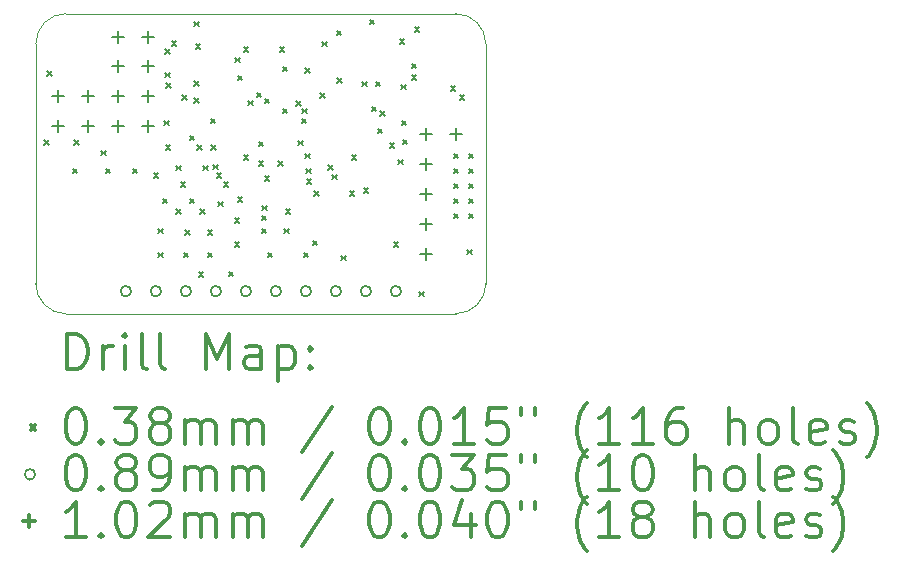
<source format=gbr>
%FSLAX45Y45*%
G04 Gerber Fmt 4.5, Leading zero omitted, Abs format (unit mm)*
G04 Created by KiCad (PCBNEW (2014-08-29 BZR 5106)-product) date Thu 30 Oct 2014 03:32:49 PM PDT*
%MOMM*%
G01*
G04 APERTURE LIST*
%ADD10C,0.127000*%
%ADD11C,0.100000*%
%ADD12C,0.200000*%
%ADD13C,0.300000*%
G04 APERTURE END LIST*
D10*
D11*
X10414000Y-10160000D02*
X13716000Y-10160000D01*
X10160000Y-10414000D02*
X10160000Y-12446000D01*
X13970000Y-12446000D02*
X13970000Y-10414000D01*
X10414000Y-12700000D02*
X13716000Y-12700000D01*
X10414000Y-10160000D02*
G75*
G03X10160000Y-10414000I0J-254000D01*
G74*
G01*
X13970000Y-10414000D02*
G75*
G03X13716000Y-10160000I-254000J0D01*
G74*
G01*
X13716000Y-12700000D02*
G75*
G03X13970000Y-12446000I0J254000D01*
G74*
G01*
X10160000Y-12446000D02*
G75*
G03X10414000Y-12700000I254000J0D01*
G74*
G01*
D12*
X10229850Y-11233150D02*
X10267950Y-11271250D01*
X10267950Y-11233150D02*
X10229850Y-11271250D01*
X10255250Y-10648950D02*
X10293350Y-10687050D01*
X10293350Y-10648950D02*
X10255250Y-10687050D01*
X10471150Y-11474450D02*
X10509250Y-11512550D01*
X10509250Y-11474450D02*
X10471150Y-11512550D01*
X10483850Y-11233150D02*
X10521950Y-11271250D01*
X10521950Y-11233150D02*
X10483850Y-11271250D01*
X10712450Y-11322050D02*
X10750550Y-11360150D01*
X10750550Y-11322050D02*
X10712450Y-11360150D01*
X10750550Y-11474450D02*
X10788650Y-11512550D01*
X10788650Y-11474450D02*
X10750550Y-11512550D01*
X10979150Y-11474450D02*
X11017250Y-11512550D01*
X11017250Y-11474450D02*
X10979150Y-11512550D01*
X11156950Y-11512550D02*
X11195050Y-11550650D01*
X11195050Y-11512550D02*
X11156950Y-11550650D01*
X11195050Y-11982450D02*
X11233150Y-12020550D01*
X11233150Y-11982450D02*
X11195050Y-12020550D01*
X11195050Y-12185650D02*
X11233150Y-12223750D01*
X11233150Y-12185650D02*
X11195050Y-12223750D01*
X11233150Y-11728450D02*
X11271250Y-11766550D01*
X11271250Y-11728450D02*
X11233150Y-11766550D01*
X11245850Y-11068050D02*
X11283950Y-11106150D01*
X11283950Y-11068050D02*
X11245850Y-11106150D01*
X11256254Y-10658091D02*
X11294354Y-10696191D01*
X11294354Y-10658091D02*
X11256254Y-10696191D01*
X11256987Y-10460403D02*
X11295087Y-10498503D01*
X11295087Y-10460403D02*
X11256987Y-10498503D01*
X11258550Y-11272523D02*
X11296650Y-11310623D01*
X11296650Y-11272523D02*
X11258550Y-11310623D01*
X11264900Y-10750550D02*
X11303000Y-10788650D01*
X11303000Y-10750550D02*
X11264900Y-10788650D01*
X11309350Y-10394950D02*
X11347450Y-10433050D01*
X11347450Y-10394950D02*
X11309350Y-10433050D01*
X11347450Y-11449050D02*
X11385550Y-11487150D01*
X11385550Y-11449050D02*
X11347450Y-11487150D01*
X11347450Y-11817350D02*
X11385550Y-11855450D01*
X11385550Y-11817350D02*
X11347450Y-11855450D01*
X11385550Y-11588750D02*
X11423650Y-11626850D01*
X11423650Y-11588750D02*
X11385550Y-11626850D01*
X11398250Y-10852150D02*
X11436350Y-10890250D01*
X11436350Y-10852150D02*
X11398250Y-10890250D01*
X11410950Y-12185650D02*
X11449050Y-12223750D01*
X11449050Y-12185650D02*
X11410950Y-12223750D01*
X11423650Y-11995150D02*
X11461750Y-12033250D01*
X11461750Y-11995150D02*
X11423650Y-12033250D01*
X11461750Y-11195050D02*
X11499850Y-11233150D01*
X11499850Y-11195050D02*
X11461750Y-11233150D01*
X11461750Y-11728450D02*
X11499850Y-11766550D01*
X11499850Y-11728450D02*
X11461750Y-11766550D01*
X11499850Y-10877550D02*
X11537950Y-10915650D01*
X11537950Y-10877550D02*
X11499850Y-10915650D01*
X11500780Y-10730229D02*
X11538880Y-10768329D01*
X11538880Y-10730229D02*
X11500780Y-10768329D01*
X11502898Y-10228579D02*
X11540998Y-10266679D01*
X11540998Y-10228579D02*
X11502898Y-10266679D01*
X11512550Y-10420350D02*
X11550650Y-10458450D01*
X11550650Y-10420350D02*
X11512550Y-10458450D01*
X11525250Y-11273789D02*
X11563350Y-11311889D01*
X11563350Y-11273789D02*
X11525250Y-11311889D01*
X11537950Y-12350750D02*
X11576050Y-12388850D01*
X11576050Y-12350750D02*
X11537950Y-12388850D01*
X11550650Y-11817350D02*
X11588750Y-11855450D01*
X11588750Y-11817350D02*
X11550650Y-11855450D01*
X11576050Y-11449050D02*
X11614150Y-11487150D01*
X11614150Y-11449050D02*
X11576050Y-11487150D01*
X11614150Y-11995150D02*
X11652250Y-12033250D01*
X11652250Y-11995150D02*
X11614150Y-12033250D01*
X11614150Y-12185650D02*
X11652250Y-12223750D01*
X11652250Y-12185650D02*
X11614150Y-12223750D01*
X11640446Y-11048180D02*
X11678546Y-11086280D01*
X11678546Y-11048180D02*
X11640446Y-11086280D01*
X11647244Y-11273169D02*
X11685344Y-11311269D01*
X11685344Y-11273169D02*
X11647244Y-11311269D01*
X11661636Y-11440812D02*
X11699736Y-11478912D01*
X11699736Y-11440812D02*
X11661636Y-11478912D01*
X11691077Y-11511096D02*
X11729177Y-11549196D01*
X11729177Y-11511096D02*
X11691077Y-11549196D01*
X11703050Y-11753850D02*
X11741150Y-11791950D01*
X11741150Y-11753850D02*
X11703050Y-11791950D01*
X11751909Y-11586809D02*
X11790009Y-11624909D01*
X11790009Y-11586809D02*
X11751909Y-11624909D01*
X11791950Y-12345670D02*
X11830050Y-12383770D01*
X11830050Y-12345670D02*
X11791950Y-12383770D01*
X11842750Y-11893550D02*
X11880850Y-11931650D01*
X11880850Y-11893550D02*
X11842750Y-11931650D01*
X11842750Y-12096750D02*
X11880850Y-12134850D01*
X11880850Y-12096750D02*
X11842750Y-12134850D01*
X11849210Y-10534650D02*
X11887310Y-10572750D01*
X11887310Y-10534650D02*
X11849210Y-10572750D01*
X11868150Y-11715750D02*
X11906250Y-11753850D01*
X11906250Y-11715750D02*
X11868150Y-11753850D01*
X11869134Y-10686162D02*
X11907234Y-10724262D01*
X11907234Y-10686162D02*
X11869134Y-10724262D01*
X11918950Y-10445750D02*
X11957050Y-10483850D01*
X11957050Y-10445750D02*
X11918950Y-10483850D01*
X11918950Y-11360150D02*
X11957050Y-11398250D01*
X11957050Y-11360150D02*
X11918950Y-11398250D01*
X11956604Y-10897046D02*
X11994704Y-10935146D01*
X11994704Y-10897046D02*
X11956604Y-10935146D01*
X12031930Y-10828558D02*
X12070030Y-10866658D01*
X12070030Y-10828558D02*
X12031930Y-10866658D01*
X12045950Y-11245850D02*
X12084050Y-11283950D01*
X12084050Y-11245850D02*
X12045950Y-11283950D01*
X12045950Y-11410950D02*
X12084050Y-11449050D01*
X12084050Y-11410950D02*
X12045950Y-11449050D01*
X12071350Y-11869420D02*
X12109450Y-11907520D01*
X12109450Y-11869420D02*
X12071350Y-11907520D01*
X12071350Y-11982450D02*
X12109450Y-12020550D01*
X12109450Y-11982450D02*
X12071350Y-12020550D01*
X12078973Y-11785600D02*
X12117073Y-11823700D01*
X12117073Y-11785600D02*
X12078973Y-11823700D01*
X12096750Y-11537950D02*
X12134850Y-11576050D01*
X12134850Y-11537950D02*
X12096750Y-11576050D01*
X12098018Y-10880118D02*
X12136118Y-10918218D01*
X12136118Y-10880118D02*
X12098018Y-10918218D01*
X12122150Y-12185650D02*
X12160250Y-12223750D01*
X12160250Y-12185650D02*
X12122150Y-12223750D01*
X12211050Y-11410950D02*
X12249150Y-11449050D01*
X12249150Y-11410950D02*
X12211050Y-11449050D01*
X12223750Y-10445750D02*
X12261850Y-10483850D01*
X12261850Y-10445750D02*
X12223750Y-10483850D01*
X12249150Y-10610850D02*
X12287250Y-10648950D01*
X12287250Y-10610850D02*
X12249150Y-10648950D01*
X12249150Y-10966450D02*
X12287250Y-11004550D01*
X12287250Y-10966450D02*
X12249150Y-11004550D01*
X12261850Y-11982450D02*
X12299950Y-12020550D01*
X12299950Y-11982450D02*
X12261850Y-12020550D01*
X12274550Y-11817350D02*
X12312650Y-11855450D01*
X12312650Y-11817350D02*
X12274550Y-11855450D01*
X12363450Y-10902950D02*
X12401550Y-10941050D01*
X12401550Y-10902950D02*
X12363450Y-10941050D01*
X12382667Y-11235687D02*
X12420767Y-11273787D01*
X12420767Y-11235687D02*
X12382667Y-11273787D01*
X12411710Y-11047730D02*
X12449810Y-11085830D01*
X12449810Y-11047730D02*
X12411710Y-11085830D01*
X12414250Y-10966450D02*
X12452350Y-11004550D01*
X12452350Y-10966450D02*
X12414250Y-11004550D01*
X12426950Y-12185650D02*
X12465050Y-12223750D01*
X12465050Y-12185650D02*
X12426950Y-12223750D01*
X12439650Y-10623550D02*
X12477750Y-10661650D01*
X12477750Y-10623550D02*
X12439650Y-10661650D01*
X12439650Y-11347450D02*
X12477750Y-11385550D01*
X12477750Y-11347450D02*
X12439650Y-11385550D01*
X12450482Y-11474019D02*
X12488582Y-11512119D01*
X12488582Y-11474019D02*
X12450482Y-11512119D01*
X12452350Y-11563350D02*
X12490450Y-11601450D01*
X12490450Y-11563350D02*
X12452350Y-11601450D01*
X12503150Y-12084050D02*
X12541250Y-12122150D01*
X12541250Y-12084050D02*
X12503150Y-12122150D01*
X12515850Y-11664950D02*
X12553950Y-11703050D01*
X12553950Y-11664950D02*
X12515850Y-11703050D01*
X12566650Y-10833100D02*
X12604750Y-10871200D01*
X12604750Y-10833100D02*
X12566650Y-10871200D01*
X12585463Y-10398868D02*
X12623563Y-10436968D01*
X12623563Y-10398868D02*
X12585463Y-10436968D01*
X12636500Y-11442700D02*
X12674600Y-11480800D01*
X12674600Y-11442700D02*
X12636500Y-11480800D01*
X12668250Y-11525250D02*
X12706350Y-11563350D01*
X12706350Y-11525250D02*
X12668250Y-11563350D01*
X12706350Y-10306050D02*
X12744450Y-10344150D01*
X12744450Y-10306050D02*
X12706350Y-10344150D01*
X12711097Y-10708207D02*
X12749197Y-10746307D01*
X12749197Y-10708207D02*
X12711097Y-10746307D01*
X12744450Y-12211050D02*
X12782550Y-12249150D01*
X12782550Y-12211050D02*
X12744450Y-12249150D01*
X12818756Y-11664950D02*
X12856856Y-11703050D01*
X12856856Y-11664950D02*
X12818756Y-11703050D01*
X12833350Y-11360150D02*
X12871450Y-11398250D01*
X12871450Y-11360150D02*
X12833350Y-11398250D01*
X12922250Y-10737850D02*
X12960350Y-10775950D01*
X12960350Y-10737850D02*
X12922250Y-10775950D01*
X12934950Y-11639550D02*
X12973050Y-11677650D01*
X12973050Y-11639550D02*
X12934950Y-11677650D01*
X12985414Y-10210254D02*
X13023514Y-10248354D01*
X13023514Y-10210254D02*
X12985414Y-10248354D01*
X13004800Y-10947400D02*
X13042900Y-10985500D01*
X13042900Y-10947400D02*
X13004800Y-10985500D01*
X13036550Y-10737850D02*
X13074650Y-10775950D01*
X13074650Y-10737850D02*
X13036550Y-10775950D01*
X13055600Y-11132822D02*
X13093700Y-11170922D01*
X13093700Y-11132822D02*
X13055600Y-11170922D01*
X13078385Y-10987538D02*
X13116485Y-11025638D01*
X13116485Y-10987538D02*
X13078385Y-11025638D01*
X13157200Y-11258550D02*
X13195300Y-11296650D01*
X13195300Y-11258550D02*
X13157200Y-11296650D01*
X13188950Y-12096750D02*
X13227050Y-12134850D01*
X13227050Y-12096750D02*
X13188950Y-12134850D01*
X13227050Y-11398250D02*
X13265150Y-11436350D01*
X13265150Y-11398250D02*
X13227050Y-11436350D01*
X13239750Y-10374630D02*
X13277850Y-10412730D01*
X13277850Y-10374630D02*
X13239750Y-10412730D01*
X13252450Y-10763250D02*
X13290550Y-10801350D01*
X13290550Y-10763250D02*
X13252450Y-10801350D01*
X13258800Y-11068050D02*
X13296900Y-11106150D01*
X13296900Y-11068050D02*
X13258800Y-11106150D01*
X13265150Y-11226800D02*
X13303250Y-11264900D01*
X13303250Y-11226800D02*
X13265150Y-11264900D01*
X13341350Y-10585450D02*
X13379450Y-10623550D01*
X13379450Y-10585450D02*
X13341350Y-10623550D01*
X13341350Y-10680700D02*
X13379450Y-10718800D01*
X13379450Y-10680700D02*
X13341350Y-10718800D01*
X13366750Y-10274300D02*
X13404850Y-10312400D01*
X13404850Y-10274300D02*
X13366750Y-10312400D01*
X13404850Y-12515850D02*
X13442950Y-12553950D01*
X13442950Y-12515850D02*
X13404850Y-12553950D01*
X13671550Y-10775950D02*
X13709650Y-10814050D01*
X13709650Y-10775950D02*
X13671550Y-10814050D01*
X13696950Y-11347450D02*
X13735050Y-11385550D01*
X13735050Y-11347450D02*
X13696950Y-11385550D01*
X13696950Y-11474450D02*
X13735050Y-11512550D01*
X13735050Y-11474450D02*
X13696950Y-11512550D01*
X13696950Y-11601450D02*
X13735050Y-11639550D01*
X13735050Y-11601450D02*
X13696950Y-11639550D01*
X13696950Y-11728450D02*
X13735050Y-11766550D01*
X13735050Y-11728450D02*
X13696950Y-11766550D01*
X13696950Y-11855450D02*
X13735050Y-11893550D01*
X13735050Y-11855450D02*
X13696950Y-11893550D01*
X13747750Y-10852150D02*
X13785850Y-10890250D01*
X13785850Y-10852150D02*
X13747750Y-10890250D01*
X13811250Y-12160250D02*
X13849350Y-12198350D01*
X13849350Y-12160250D02*
X13811250Y-12198350D01*
X13823950Y-11347450D02*
X13862050Y-11385550D01*
X13862050Y-11347450D02*
X13823950Y-11385550D01*
X13823950Y-11474450D02*
X13862050Y-11512550D01*
X13862050Y-11474450D02*
X13823950Y-11512550D01*
X13823950Y-11601450D02*
X13862050Y-11639550D01*
X13862050Y-11601450D02*
X13823950Y-11639550D01*
X13823950Y-11728450D02*
X13862050Y-11766550D01*
X13862050Y-11728450D02*
X13823950Y-11766550D01*
X13823950Y-11855450D02*
X13862050Y-11893550D01*
X13862050Y-11855450D02*
X13823950Y-11893550D01*
X10966450Y-12509500D02*
G75*
G03X10966450Y-12509500I-44450J0D01*
G74*
G01*
X11220450Y-12509500D02*
G75*
G03X11220450Y-12509500I-44450J0D01*
G74*
G01*
X11474450Y-12509500D02*
G75*
G03X11474450Y-12509500I-44450J0D01*
G74*
G01*
X11728450Y-12509500D02*
G75*
G03X11728450Y-12509500I-44450J0D01*
G74*
G01*
X11982450Y-12509500D02*
G75*
G03X11982450Y-12509500I-44450J0D01*
G74*
G01*
X12236450Y-12509500D02*
G75*
G03X12236450Y-12509500I-44450J0D01*
G74*
G01*
X12490450Y-12509500D02*
G75*
G03X12490450Y-12509500I-44450J0D01*
G74*
G01*
X12744450Y-12509500D02*
G75*
G03X12744450Y-12509500I-44450J0D01*
G74*
G01*
X12998450Y-12509500D02*
G75*
G03X12998450Y-12509500I-44450J0D01*
G74*
G01*
X13252450Y-12509500D02*
G75*
G03X13252450Y-12509500I-44450J0D01*
G74*
G01*
X10350500Y-10807700D02*
X10350500Y-10909300D01*
X10299700Y-10858500D02*
X10401300Y-10858500D01*
X10350500Y-11061700D02*
X10350500Y-11163300D01*
X10299700Y-11112500D02*
X10401300Y-11112500D01*
X10604500Y-10807700D02*
X10604500Y-10909300D01*
X10553700Y-10858500D02*
X10655300Y-10858500D01*
X10604500Y-11061700D02*
X10604500Y-11163300D01*
X10553700Y-11112500D02*
X10655300Y-11112500D01*
X10858500Y-10306050D02*
X10858500Y-10407650D01*
X10807700Y-10356850D02*
X10909300Y-10356850D01*
X10858500Y-10553700D02*
X10858500Y-10655300D01*
X10807700Y-10604500D02*
X10909300Y-10604500D01*
X10858500Y-10807700D02*
X10858500Y-10909300D01*
X10807700Y-10858500D02*
X10909300Y-10858500D01*
X10858500Y-11061700D02*
X10858500Y-11163300D01*
X10807700Y-11112500D02*
X10909300Y-11112500D01*
X11112500Y-10306050D02*
X11112500Y-10407650D01*
X11061700Y-10356850D02*
X11163300Y-10356850D01*
X11112500Y-10553700D02*
X11112500Y-10655300D01*
X11061700Y-10604500D02*
X11163300Y-10604500D01*
X11112500Y-10807700D02*
X11112500Y-10909300D01*
X11061700Y-10858500D02*
X11163300Y-10858500D01*
X11112500Y-11061700D02*
X11112500Y-11163300D01*
X11061700Y-11112500D02*
X11163300Y-11112500D01*
X13462000Y-11125200D02*
X13462000Y-11226800D01*
X13411200Y-11176000D02*
X13512800Y-11176000D01*
X13462000Y-11379200D02*
X13462000Y-11480800D01*
X13411200Y-11430000D02*
X13512800Y-11430000D01*
X13462000Y-11633200D02*
X13462000Y-11734800D01*
X13411200Y-11684000D02*
X13512800Y-11684000D01*
X13462000Y-11887200D02*
X13462000Y-11988800D01*
X13411200Y-11938000D02*
X13512800Y-11938000D01*
X13462000Y-12141200D02*
X13462000Y-12242800D01*
X13411200Y-12192000D02*
X13512800Y-12192000D01*
X13716000Y-11125200D02*
X13716000Y-11226800D01*
X13665200Y-11176000D02*
X13766800Y-11176000D01*
D13*
X10426429Y-13170714D02*
X10426429Y-12870714D01*
X10497857Y-12870714D01*
X10540714Y-12885000D01*
X10569286Y-12913571D01*
X10583571Y-12942143D01*
X10597857Y-12999286D01*
X10597857Y-13042143D01*
X10583571Y-13099286D01*
X10569286Y-13127857D01*
X10540714Y-13156429D01*
X10497857Y-13170714D01*
X10426429Y-13170714D01*
X10726429Y-13170714D02*
X10726429Y-12970714D01*
X10726429Y-13027857D02*
X10740714Y-12999286D01*
X10755000Y-12985000D01*
X10783571Y-12970714D01*
X10812143Y-12970714D01*
X10912143Y-13170714D02*
X10912143Y-12970714D01*
X10912143Y-12870714D02*
X10897857Y-12885000D01*
X10912143Y-12899286D01*
X10926429Y-12885000D01*
X10912143Y-12870714D01*
X10912143Y-12899286D01*
X11097857Y-13170714D02*
X11069286Y-13156429D01*
X11055000Y-13127857D01*
X11055000Y-12870714D01*
X11255000Y-13170714D02*
X11226428Y-13156429D01*
X11212143Y-13127857D01*
X11212143Y-12870714D01*
X11597857Y-13170714D02*
X11597857Y-12870714D01*
X11697857Y-13085000D01*
X11797857Y-12870714D01*
X11797857Y-13170714D01*
X12069286Y-13170714D02*
X12069286Y-13013571D01*
X12055000Y-12985000D01*
X12026428Y-12970714D01*
X11969286Y-12970714D01*
X11940714Y-12985000D01*
X12069286Y-13156429D02*
X12040714Y-13170714D01*
X11969286Y-13170714D01*
X11940714Y-13156429D01*
X11926428Y-13127857D01*
X11926428Y-13099286D01*
X11940714Y-13070714D01*
X11969286Y-13056429D01*
X12040714Y-13056429D01*
X12069286Y-13042143D01*
X12212143Y-12970714D02*
X12212143Y-13270714D01*
X12212143Y-12985000D02*
X12240714Y-12970714D01*
X12297857Y-12970714D01*
X12326428Y-12985000D01*
X12340714Y-12999286D01*
X12355000Y-13027857D01*
X12355000Y-13113571D01*
X12340714Y-13142143D01*
X12326428Y-13156429D01*
X12297857Y-13170714D01*
X12240714Y-13170714D01*
X12212143Y-13156429D01*
X12483571Y-13142143D02*
X12497857Y-13156429D01*
X12483571Y-13170714D01*
X12469286Y-13156429D01*
X12483571Y-13142143D01*
X12483571Y-13170714D01*
X12483571Y-12985000D02*
X12497857Y-12999286D01*
X12483571Y-13013571D01*
X12469286Y-12999286D01*
X12483571Y-12985000D01*
X12483571Y-13013571D01*
X10116900Y-13645950D02*
X10155000Y-13684050D01*
X10155000Y-13645950D02*
X10116900Y-13684050D01*
X10483571Y-13500714D02*
X10512143Y-13500714D01*
X10540714Y-13515000D01*
X10555000Y-13529286D01*
X10569286Y-13557857D01*
X10583571Y-13615000D01*
X10583571Y-13686429D01*
X10569286Y-13743571D01*
X10555000Y-13772143D01*
X10540714Y-13786429D01*
X10512143Y-13800714D01*
X10483571Y-13800714D01*
X10455000Y-13786429D01*
X10440714Y-13772143D01*
X10426429Y-13743571D01*
X10412143Y-13686429D01*
X10412143Y-13615000D01*
X10426429Y-13557857D01*
X10440714Y-13529286D01*
X10455000Y-13515000D01*
X10483571Y-13500714D01*
X10712143Y-13772143D02*
X10726429Y-13786429D01*
X10712143Y-13800714D01*
X10697857Y-13786429D01*
X10712143Y-13772143D01*
X10712143Y-13800714D01*
X10826428Y-13500714D02*
X11012143Y-13500714D01*
X10912143Y-13615000D01*
X10955000Y-13615000D01*
X10983571Y-13629286D01*
X10997857Y-13643571D01*
X11012143Y-13672143D01*
X11012143Y-13743571D01*
X10997857Y-13772143D01*
X10983571Y-13786429D01*
X10955000Y-13800714D01*
X10869286Y-13800714D01*
X10840714Y-13786429D01*
X10826428Y-13772143D01*
X11183571Y-13629286D02*
X11155000Y-13615000D01*
X11140714Y-13600714D01*
X11126429Y-13572143D01*
X11126429Y-13557857D01*
X11140714Y-13529286D01*
X11155000Y-13515000D01*
X11183571Y-13500714D01*
X11240714Y-13500714D01*
X11269286Y-13515000D01*
X11283571Y-13529286D01*
X11297857Y-13557857D01*
X11297857Y-13572143D01*
X11283571Y-13600714D01*
X11269286Y-13615000D01*
X11240714Y-13629286D01*
X11183571Y-13629286D01*
X11155000Y-13643571D01*
X11140714Y-13657857D01*
X11126429Y-13686429D01*
X11126429Y-13743571D01*
X11140714Y-13772143D01*
X11155000Y-13786429D01*
X11183571Y-13800714D01*
X11240714Y-13800714D01*
X11269286Y-13786429D01*
X11283571Y-13772143D01*
X11297857Y-13743571D01*
X11297857Y-13686429D01*
X11283571Y-13657857D01*
X11269286Y-13643571D01*
X11240714Y-13629286D01*
X11426428Y-13800714D02*
X11426428Y-13600714D01*
X11426428Y-13629286D02*
X11440714Y-13615000D01*
X11469286Y-13600714D01*
X11512143Y-13600714D01*
X11540714Y-13615000D01*
X11555000Y-13643571D01*
X11555000Y-13800714D01*
X11555000Y-13643571D02*
X11569286Y-13615000D01*
X11597857Y-13600714D01*
X11640714Y-13600714D01*
X11669286Y-13615000D01*
X11683571Y-13643571D01*
X11683571Y-13800714D01*
X11826428Y-13800714D02*
X11826428Y-13600714D01*
X11826428Y-13629286D02*
X11840714Y-13615000D01*
X11869286Y-13600714D01*
X11912143Y-13600714D01*
X11940714Y-13615000D01*
X11955000Y-13643571D01*
X11955000Y-13800714D01*
X11955000Y-13643571D02*
X11969286Y-13615000D01*
X11997857Y-13600714D01*
X12040714Y-13600714D01*
X12069286Y-13615000D01*
X12083571Y-13643571D01*
X12083571Y-13800714D01*
X12669286Y-13486429D02*
X12412143Y-13872143D01*
X13055000Y-13500714D02*
X13083571Y-13500714D01*
X13112143Y-13515000D01*
X13126428Y-13529286D01*
X13140714Y-13557857D01*
X13155000Y-13615000D01*
X13155000Y-13686429D01*
X13140714Y-13743571D01*
X13126428Y-13772143D01*
X13112143Y-13786429D01*
X13083571Y-13800714D01*
X13055000Y-13800714D01*
X13026428Y-13786429D01*
X13012143Y-13772143D01*
X12997857Y-13743571D01*
X12983571Y-13686429D01*
X12983571Y-13615000D01*
X12997857Y-13557857D01*
X13012143Y-13529286D01*
X13026428Y-13515000D01*
X13055000Y-13500714D01*
X13283571Y-13772143D02*
X13297857Y-13786429D01*
X13283571Y-13800714D01*
X13269286Y-13786429D01*
X13283571Y-13772143D01*
X13283571Y-13800714D01*
X13483571Y-13500714D02*
X13512143Y-13500714D01*
X13540714Y-13515000D01*
X13555000Y-13529286D01*
X13569285Y-13557857D01*
X13583571Y-13615000D01*
X13583571Y-13686429D01*
X13569285Y-13743571D01*
X13555000Y-13772143D01*
X13540714Y-13786429D01*
X13512143Y-13800714D01*
X13483571Y-13800714D01*
X13455000Y-13786429D01*
X13440714Y-13772143D01*
X13426428Y-13743571D01*
X13412143Y-13686429D01*
X13412143Y-13615000D01*
X13426428Y-13557857D01*
X13440714Y-13529286D01*
X13455000Y-13515000D01*
X13483571Y-13500714D01*
X13869285Y-13800714D02*
X13697857Y-13800714D01*
X13783571Y-13800714D02*
X13783571Y-13500714D01*
X13755000Y-13543571D01*
X13726428Y-13572143D01*
X13697857Y-13586429D01*
X14140714Y-13500714D02*
X13997857Y-13500714D01*
X13983571Y-13643571D01*
X13997857Y-13629286D01*
X14026428Y-13615000D01*
X14097857Y-13615000D01*
X14126428Y-13629286D01*
X14140714Y-13643571D01*
X14155000Y-13672143D01*
X14155000Y-13743571D01*
X14140714Y-13772143D01*
X14126428Y-13786429D01*
X14097857Y-13800714D01*
X14026428Y-13800714D01*
X13997857Y-13786429D01*
X13983571Y-13772143D01*
X14269286Y-13500714D02*
X14269286Y-13557857D01*
X14383571Y-13500714D02*
X14383571Y-13557857D01*
X14826428Y-13915000D02*
X14812143Y-13900714D01*
X14783571Y-13857857D01*
X14769285Y-13829286D01*
X14755000Y-13786429D01*
X14740714Y-13715000D01*
X14740714Y-13657857D01*
X14755000Y-13586429D01*
X14769285Y-13543571D01*
X14783571Y-13515000D01*
X14812143Y-13472143D01*
X14826428Y-13457857D01*
X15097857Y-13800714D02*
X14926428Y-13800714D01*
X15012143Y-13800714D02*
X15012143Y-13500714D01*
X14983571Y-13543571D01*
X14955000Y-13572143D01*
X14926428Y-13586429D01*
X15383571Y-13800714D02*
X15212143Y-13800714D01*
X15297857Y-13800714D02*
X15297857Y-13500714D01*
X15269285Y-13543571D01*
X15240714Y-13572143D01*
X15212143Y-13586429D01*
X15640714Y-13500714D02*
X15583571Y-13500714D01*
X15555000Y-13515000D01*
X15540714Y-13529286D01*
X15512143Y-13572143D01*
X15497857Y-13629286D01*
X15497857Y-13743571D01*
X15512143Y-13772143D01*
X15526428Y-13786429D01*
X15555000Y-13800714D01*
X15612143Y-13800714D01*
X15640714Y-13786429D01*
X15655000Y-13772143D01*
X15669285Y-13743571D01*
X15669285Y-13672143D01*
X15655000Y-13643571D01*
X15640714Y-13629286D01*
X15612143Y-13615000D01*
X15555000Y-13615000D01*
X15526428Y-13629286D01*
X15512143Y-13643571D01*
X15497857Y-13672143D01*
X16026428Y-13800714D02*
X16026428Y-13500714D01*
X16155000Y-13800714D02*
X16155000Y-13643571D01*
X16140714Y-13615000D01*
X16112143Y-13600714D01*
X16069285Y-13600714D01*
X16040714Y-13615000D01*
X16026428Y-13629286D01*
X16340714Y-13800714D02*
X16312143Y-13786429D01*
X16297857Y-13772143D01*
X16283571Y-13743571D01*
X16283571Y-13657857D01*
X16297857Y-13629286D01*
X16312143Y-13615000D01*
X16340714Y-13600714D01*
X16383571Y-13600714D01*
X16412143Y-13615000D01*
X16426428Y-13629286D01*
X16440714Y-13657857D01*
X16440714Y-13743571D01*
X16426428Y-13772143D01*
X16412143Y-13786429D01*
X16383571Y-13800714D01*
X16340714Y-13800714D01*
X16612143Y-13800714D02*
X16583571Y-13786429D01*
X16569286Y-13757857D01*
X16569286Y-13500714D01*
X16840714Y-13786429D02*
X16812143Y-13800714D01*
X16755000Y-13800714D01*
X16726428Y-13786429D01*
X16712143Y-13757857D01*
X16712143Y-13643571D01*
X16726428Y-13615000D01*
X16755000Y-13600714D01*
X16812143Y-13600714D01*
X16840714Y-13615000D01*
X16855000Y-13643571D01*
X16855000Y-13672143D01*
X16712143Y-13700714D01*
X16969286Y-13786429D02*
X16997857Y-13800714D01*
X17055000Y-13800714D01*
X17083571Y-13786429D01*
X17097857Y-13757857D01*
X17097857Y-13743571D01*
X17083571Y-13715000D01*
X17055000Y-13700714D01*
X17012143Y-13700714D01*
X16983571Y-13686429D01*
X16969286Y-13657857D01*
X16969286Y-13643571D01*
X16983571Y-13615000D01*
X17012143Y-13600714D01*
X17055000Y-13600714D01*
X17083571Y-13615000D01*
X17197857Y-13915000D02*
X17212143Y-13900714D01*
X17240714Y-13857857D01*
X17255000Y-13829286D01*
X17269286Y-13786429D01*
X17283571Y-13715000D01*
X17283571Y-13657857D01*
X17269286Y-13586429D01*
X17255000Y-13543571D01*
X17240714Y-13515000D01*
X17212143Y-13472143D01*
X17197857Y-13457857D01*
D12*
X10155000Y-14061000D02*
G75*
G03X10155000Y-14061000I-44450J0D01*
G74*
G01*
D13*
X10483571Y-13896714D02*
X10512143Y-13896714D01*
X10540714Y-13911000D01*
X10555000Y-13925286D01*
X10569286Y-13953857D01*
X10583571Y-14011000D01*
X10583571Y-14082429D01*
X10569286Y-14139571D01*
X10555000Y-14168143D01*
X10540714Y-14182429D01*
X10512143Y-14196714D01*
X10483571Y-14196714D01*
X10455000Y-14182429D01*
X10440714Y-14168143D01*
X10426429Y-14139571D01*
X10412143Y-14082429D01*
X10412143Y-14011000D01*
X10426429Y-13953857D01*
X10440714Y-13925286D01*
X10455000Y-13911000D01*
X10483571Y-13896714D01*
X10712143Y-14168143D02*
X10726429Y-14182429D01*
X10712143Y-14196714D01*
X10697857Y-14182429D01*
X10712143Y-14168143D01*
X10712143Y-14196714D01*
X10897857Y-14025286D02*
X10869286Y-14011000D01*
X10855000Y-13996714D01*
X10840714Y-13968143D01*
X10840714Y-13953857D01*
X10855000Y-13925286D01*
X10869286Y-13911000D01*
X10897857Y-13896714D01*
X10955000Y-13896714D01*
X10983571Y-13911000D01*
X10997857Y-13925286D01*
X11012143Y-13953857D01*
X11012143Y-13968143D01*
X10997857Y-13996714D01*
X10983571Y-14011000D01*
X10955000Y-14025286D01*
X10897857Y-14025286D01*
X10869286Y-14039571D01*
X10855000Y-14053857D01*
X10840714Y-14082429D01*
X10840714Y-14139571D01*
X10855000Y-14168143D01*
X10869286Y-14182429D01*
X10897857Y-14196714D01*
X10955000Y-14196714D01*
X10983571Y-14182429D01*
X10997857Y-14168143D01*
X11012143Y-14139571D01*
X11012143Y-14082429D01*
X10997857Y-14053857D01*
X10983571Y-14039571D01*
X10955000Y-14025286D01*
X11155000Y-14196714D02*
X11212143Y-14196714D01*
X11240714Y-14182429D01*
X11255000Y-14168143D01*
X11283571Y-14125286D01*
X11297857Y-14068143D01*
X11297857Y-13953857D01*
X11283571Y-13925286D01*
X11269286Y-13911000D01*
X11240714Y-13896714D01*
X11183571Y-13896714D01*
X11155000Y-13911000D01*
X11140714Y-13925286D01*
X11126429Y-13953857D01*
X11126429Y-14025286D01*
X11140714Y-14053857D01*
X11155000Y-14068143D01*
X11183571Y-14082429D01*
X11240714Y-14082429D01*
X11269286Y-14068143D01*
X11283571Y-14053857D01*
X11297857Y-14025286D01*
X11426428Y-14196714D02*
X11426428Y-13996714D01*
X11426428Y-14025286D02*
X11440714Y-14011000D01*
X11469286Y-13996714D01*
X11512143Y-13996714D01*
X11540714Y-14011000D01*
X11555000Y-14039571D01*
X11555000Y-14196714D01*
X11555000Y-14039571D02*
X11569286Y-14011000D01*
X11597857Y-13996714D01*
X11640714Y-13996714D01*
X11669286Y-14011000D01*
X11683571Y-14039571D01*
X11683571Y-14196714D01*
X11826428Y-14196714D02*
X11826428Y-13996714D01*
X11826428Y-14025286D02*
X11840714Y-14011000D01*
X11869286Y-13996714D01*
X11912143Y-13996714D01*
X11940714Y-14011000D01*
X11955000Y-14039571D01*
X11955000Y-14196714D01*
X11955000Y-14039571D02*
X11969286Y-14011000D01*
X11997857Y-13996714D01*
X12040714Y-13996714D01*
X12069286Y-14011000D01*
X12083571Y-14039571D01*
X12083571Y-14196714D01*
X12669286Y-13882429D02*
X12412143Y-14268143D01*
X13055000Y-13896714D02*
X13083571Y-13896714D01*
X13112143Y-13911000D01*
X13126428Y-13925286D01*
X13140714Y-13953857D01*
X13155000Y-14011000D01*
X13155000Y-14082429D01*
X13140714Y-14139571D01*
X13126428Y-14168143D01*
X13112143Y-14182429D01*
X13083571Y-14196714D01*
X13055000Y-14196714D01*
X13026428Y-14182429D01*
X13012143Y-14168143D01*
X12997857Y-14139571D01*
X12983571Y-14082429D01*
X12983571Y-14011000D01*
X12997857Y-13953857D01*
X13012143Y-13925286D01*
X13026428Y-13911000D01*
X13055000Y-13896714D01*
X13283571Y-14168143D02*
X13297857Y-14182429D01*
X13283571Y-14196714D01*
X13269286Y-14182429D01*
X13283571Y-14168143D01*
X13283571Y-14196714D01*
X13483571Y-13896714D02*
X13512143Y-13896714D01*
X13540714Y-13911000D01*
X13555000Y-13925286D01*
X13569285Y-13953857D01*
X13583571Y-14011000D01*
X13583571Y-14082429D01*
X13569285Y-14139571D01*
X13555000Y-14168143D01*
X13540714Y-14182429D01*
X13512143Y-14196714D01*
X13483571Y-14196714D01*
X13455000Y-14182429D01*
X13440714Y-14168143D01*
X13426428Y-14139571D01*
X13412143Y-14082429D01*
X13412143Y-14011000D01*
X13426428Y-13953857D01*
X13440714Y-13925286D01*
X13455000Y-13911000D01*
X13483571Y-13896714D01*
X13683571Y-13896714D02*
X13869285Y-13896714D01*
X13769285Y-14011000D01*
X13812143Y-14011000D01*
X13840714Y-14025286D01*
X13855000Y-14039571D01*
X13869285Y-14068143D01*
X13869285Y-14139571D01*
X13855000Y-14168143D01*
X13840714Y-14182429D01*
X13812143Y-14196714D01*
X13726428Y-14196714D01*
X13697857Y-14182429D01*
X13683571Y-14168143D01*
X14140714Y-13896714D02*
X13997857Y-13896714D01*
X13983571Y-14039571D01*
X13997857Y-14025286D01*
X14026428Y-14011000D01*
X14097857Y-14011000D01*
X14126428Y-14025286D01*
X14140714Y-14039571D01*
X14155000Y-14068143D01*
X14155000Y-14139571D01*
X14140714Y-14168143D01*
X14126428Y-14182429D01*
X14097857Y-14196714D01*
X14026428Y-14196714D01*
X13997857Y-14182429D01*
X13983571Y-14168143D01*
X14269286Y-13896714D02*
X14269286Y-13953857D01*
X14383571Y-13896714D02*
X14383571Y-13953857D01*
X14826428Y-14311000D02*
X14812143Y-14296714D01*
X14783571Y-14253857D01*
X14769285Y-14225286D01*
X14755000Y-14182429D01*
X14740714Y-14111000D01*
X14740714Y-14053857D01*
X14755000Y-13982429D01*
X14769285Y-13939571D01*
X14783571Y-13911000D01*
X14812143Y-13868143D01*
X14826428Y-13853857D01*
X15097857Y-14196714D02*
X14926428Y-14196714D01*
X15012143Y-14196714D02*
X15012143Y-13896714D01*
X14983571Y-13939571D01*
X14955000Y-13968143D01*
X14926428Y-13982429D01*
X15283571Y-13896714D02*
X15312143Y-13896714D01*
X15340714Y-13911000D01*
X15355000Y-13925286D01*
X15369285Y-13953857D01*
X15383571Y-14011000D01*
X15383571Y-14082429D01*
X15369285Y-14139571D01*
X15355000Y-14168143D01*
X15340714Y-14182429D01*
X15312143Y-14196714D01*
X15283571Y-14196714D01*
X15255000Y-14182429D01*
X15240714Y-14168143D01*
X15226428Y-14139571D01*
X15212143Y-14082429D01*
X15212143Y-14011000D01*
X15226428Y-13953857D01*
X15240714Y-13925286D01*
X15255000Y-13911000D01*
X15283571Y-13896714D01*
X15740714Y-14196714D02*
X15740714Y-13896714D01*
X15869285Y-14196714D02*
X15869285Y-14039571D01*
X15855000Y-14011000D01*
X15826428Y-13996714D01*
X15783571Y-13996714D01*
X15755000Y-14011000D01*
X15740714Y-14025286D01*
X16055000Y-14196714D02*
X16026428Y-14182429D01*
X16012143Y-14168143D01*
X15997857Y-14139571D01*
X15997857Y-14053857D01*
X16012143Y-14025286D01*
X16026428Y-14011000D01*
X16055000Y-13996714D01*
X16097857Y-13996714D01*
X16126428Y-14011000D01*
X16140714Y-14025286D01*
X16155000Y-14053857D01*
X16155000Y-14139571D01*
X16140714Y-14168143D01*
X16126428Y-14182429D01*
X16097857Y-14196714D01*
X16055000Y-14196714D01*
X16326428Y-14196714D02*
X16297857Y-14182429D01*
X16283571Y-14153857D01*
X16283571Y-13896714D01*
X16555000Y-14182429D02*
X16526428Y-14196714D01*
X16469286Y-14196714D01*
X16440714Y-14182429D01*
X16426428Y-14153857D01*
X16426428Y-14039571D01*
X16440714Y-14011000D01*
X16469286Y-13996714D01*
X16526428Y-13996714D01*
X16555000Y-14011000D01*
X16569286Y-14039571D01*
X16569286Y-14068143D01*
X16426428Y-14096714D01*
X16683571Y-14182429D02*
X16712143Y-14196714D01*
X16769286Y-14196714D01*
X16797857Y-14182429D01*
X16812143Y-14153857D01*
X16812143Y-14139571D01*
X16797857Y-14111000D01*
X16769286Y-14096714D01*
X16726428Y-14096714D01*
X16697857Y-14082429D01*
X16683571Y-14053857D01*
X16683571Y-14039571D01*
X16697857Y-14011000D01*
X16726428Y-13996714D01*
X16769286Y-13996714D01*
X16797857Y-14011000D01*
X16912143Y-14311000D02*
X16926429Y-14296714D01*
X16955000Y-14253857D01*
X16969286Y-14225286D01*
X16983571Y-14182429D01*
X16997857Y-14111000D01*
X16997857Y-14053857D01*
X16983571Y-13982429D01*
X16969286Y-13939571D01*
X16955000Y-13911000D01*
X16926429Y-13868143D01*
X16912143Y-13853857D01*
X10104200Y-14406200D02*
X10104200Y-14507800D01*
X10053400Y-14457000D02*
X10155000Y-14457000D01*
X10583571Y-14592714D02*
X10412143Y-14592714D01*
X10497857Y-14592714D02*
X10497857Y-14292714D01*
X10469286Y-14335571D01*
X10440714Y-14364143D01*
X10412143Y-14378429D01*
X10712143Y-14564143D02*
X10726429Y-14578429D01*
X10712143Y-14592714D01*
X10697857Y-14578429D01*
X10712143Y-14564143D01*
X10712143Y-14592714D01*
X10912143Y-14292714D02*
X10940714Y-14292714D01*
X10969286Y-14307000D01*
X10983571Y-14321286D01*
X10997857Y-14349857D01*
X11012143Y-14407000D01*
X11012143Y-14478429D01*
X10997857Y-14535571D01*
X10983571Y-14564143D01*
X10969286Y-14578429D01*
X10940714Y-14592714D01*
X10912143Y-14592714D01*
X10883571Y-14578429D01*
X10869286Y-14564143D01*
X10855000Y-14535571D01*
X10840714Y-14478429D01*
X10840714Y-14407000D01*
X10855000Y-14349857D01*
X10869286Y-14321286D01*
X10883571Y-14307000D01*
X10912143Y-14292714D01*
X11126429Y-14321286D02*
X11140714Y-14307000D01*
X11169286Y-14292714D01*
X11240714Y-14292714D01*
X11269286Y-14307000D01*
X11283571Y-14321286D01*
X11297857Y-14349857D01*
X11297857Y-14378429D01*
X11283571Y-14421286D01*
X11112143Y-14592714D01*
X11297857Y-14592714D01*
X11426428Y-14592714D02*
X11426428Y-14392714D01*
X11426428Y-14421286D02*
X11440714Y-14407000D01*
X11469286Y-14392714D01*
X11512143Y-14392714D01*
X11540714Y-14407000D01*
X11555000Y-14435571D01*
X11555000Y-14592714D01*
X11555000Y-14435571D02*
X11569286Y-14407000D01*
X11597857Y-14392714D01*
X11640714Y-14392714D01*
X11669286Y-14407000D01*
X11683571Y-14435571D01*
X11683571Y-14592714D01*
X11826428Y-14592714D02*
X11826428Y-14392714D01*
X11826428Y-14421286D02*
X11840714Y-14407000D01*
X11869286Y-14392714D01*
X11912143Y-14392714D01*
X11940714Y-14407000D01*
X11955000Y-14435571D01*
X11955000Y-14592714D01*
X11955000Y-14435571D02*
X11969286Y-14407000D01*
X11997857Y-14392714D01*
X12040714Y-14392714D01*
X12069286Y-14407000D01*
X12083571Y-14435571D01*
X12083571Y-14592714D01*
X12669286Y-14278429D02*
X12412143Y-14664143D01*
X13055000Y-14292714D02*
X13083571Y-14292714D01*
X13112143Y-14307000D01*
X13126428Y-14321286D01*
X13140714Y-14349857D01*
X13155000Y-14407000D01*
X13155000Y-14478429D01*
X13140714Y-14535571D01*
X13126428Y-14564143D01*
X13112143Y-14578429D01*
X13083571Y-14592714D01*
X13055000Y-14592714D01*
X13026428Y-14578429D01*
X13012143Y-14564143D01*
X12997857Y-14535571D01*
X12983571Y-14478429D01*
X12983571Y-14407000D01*
X12997857Y-14349857D01*
X13012143Y-14321286D01*
X13026428Y-14307000D01*
X13055000Y-14292714D01*
X13283571Y-14564143D02*
X13297857Y-14578429D01*
X13283571Y-14592714D01*
X13269286Y-14578429D01*
X13283571Y-14564143D01*
X13283571Y-14592714D01*
X13483571Y-14292714D02*
X13512143Y-14292714D01*
X13540714Y-14307000D01*
X13555000Y-14321286D01*
X13569285Y-14349857D01*
X13583571Y-14407000D01*
X13583571Y-14478429D01*
X13569285Y-14535571D01*
X13555000Y-14564143D01*
X13540714Y-14578429D01*
X13512143Y-14592714D01*
X13483571Y-14592714D01*
X13455000Y-14578429D01*
X13440714Y-14564143D01*
X13426428Y-14535571D01*
X13412143Y-14478429D01*
X13412143Y-14407000D01*
X13426428Y-14349857D01*
X13440714Y-14321286D01*
X13455000Y-14307000D01*
X13483571Y-14292714D01*
X13840714Y-14392714D02*
X13840714Y-14592714D01*
X13769285Y-14278429D02*
X13697857Y-14492714D01*
X13883571Y-14492714D01*
X14055000Y-14292714D02*
X14083571Y-14292714D01*
X14112143Y-14307000D01*
X14126428Y-14321286D01*
X14140714Y-14349857D01*
X14155000Y-14407000D01*
X14155000Y-14478429D01*
X14140714Y-14535571D01*
X14126428Y-14564143D01*
X14112143Y-14578429D01*
X14083571Y-14592714D01*
X14055000Y-14592714D01*
X14026428Y-14578429D01*
X14012143Y-14564143D01*
X13997857Y-14535571D01*
X13983571Y-14478429D01*
X13983571Y-14407000D01*
X13997857Y-14349857D01*
X14012143Y-14321286D01*
X14026428Y-14307000D01*
X14055000Y-14292714D01*
X14269286Y-14292714D02*
X14269286Y-14349857D01*
X14383571Y-14292714D02*
X14383571Y-14349857D01*
X14826428Y-14707000D02*
X14812143Y-14692714D01*
X14783571Y-14649857D01*
X14769285Y-14621286D01*
X14755000Y-14578429D01*
X14740714Y-14507000D01*
X14740714Y-14449857D01*
X14755000Y-14378429D01*
X14769285Y-14335571D01*
X14783571Y-14307000D01*
X14812143Y-14264143D01*
X14826428Y-14249857D01*
X15097857Y-14592714D02*
X14926428Y-14592714D01*
X15012143Y-14592714D02*
X15012143Y-14292714D01*
X14983571Y-14335571D01*
X14955000Y-14364143D01*
X14926428Y-14378429D01*
X15269285Y-14421286D02*
X15240714Y-14407000D01*
X15226428Y-14392714D01*
X15212143Y-14364143D01*
X15212143Y-14349857D01*
X15226428Y-14321286D01*
X15240714Y-14307000D01*
X15269285Y-14292714D01*
X15326428Y-14292714D01*
X15355000Y-14307000D01*
X15369285Y-14321286D01*
X15383571Y-14349857D01*
X15383571Y-14364143D01*
X15369285Y-14392714D01*
X15355000Y-14407000D01*
X15326428Y-14421286D01*
X15269285Y-14421286D01*
X15240714Y-14435571D01*
X15226428Y-14449857D01*
X15212143Y-14478429D01*
X15212143Y-14535571D01*
X15226428Y-14564143D01*
X15240714Y-14578429D01*
X15269285Y-14592714D01*
X15326428Y-14592714D01*
X15355000Y-14578429D01*
X15369285Y-14564143D01*
X15383571Y-14535571D01*
X15383571Y-14478429D01*
X15369285Y-14449857D01*
X15355000Y-14435571D01*
X15326428Y-14421286D01*
X15740714Y-14592714D02*
X15740714Y-14292714D01*
X15869285Y-14592714D02*
X15869285Y-14435571D01*
X15855000Y-14407000D01*
X15826428Y-14392714D01*
X15783571Y-14392714D01*
X15755000Y-14407000D01*
X15740714Y-14421286D01*
X16055000Y-14592714D02*
X16026428Y-14578429D01*
X16012143Y-14564143D01*
X15997857Y-14535571D01*
X15997857Y-14449857D01*
X16012143Y-14421286D01*
X16026428Y-14407000D01*
X16055000Y-14392714D01*
X16097857Y-14392714D01*
X16126428Y-14407000D01*
X16140714Y-14421286D01*
X16155000Y-14449857D01*
X16155000Y-14535571D01*
X16140714Y-14564143D01*
X16126428Y-14578429D01*
X16097857Y-14592714D01*
X16055000Y-14592714D01*
X16326428Y-14592714D02*
X16297857Y-14578429D01*
X16283571Y-14549857D01*
X16283571Y-14292714D01*
X16555000Y-14578429D02*
X16526428Y-14592714D01*
X16469286Y-14592714D01*
X16440714Y-14578429D01*
X16426428Y-14549857D01*
X16426428Y-14435571D01*
X16440714Y-14407000D01*
X16469286Y-14392714D01*
X16526428Y-14392714D01*
X16555000Y-14407000D01*
X16569286Y-14435571D01*
X16569286Y-14464143D01*
X16426428Y-14492714D01*
X16683571Y-14578429D02*
X16712143Y-14592714D01*
X16769286Y-14592714D01*
X16797857Y-14578429D01*
X16812143Y-14549857D01*
X16812143Y-14535571D01*
X16797857Y-14507000D01*
X16769286Y-14492714D01*
X16726428Y-14492714D01*
X16697857Y-14478429D01*
X16683571Y-14449857D01*
X16683571Y-14435571D01*
X16697857Y-14407000D01*
X16726428Y-14392714D01*
X16769286Y-14392714D01*
X16797857Y-14407000D01*
X16912143Y-14707000D02*
X16926429Y-14692714D01*
X16955000Y-14649857D01*
X16969286Y-14621286D01*
X16983571Y-14578429D01*
X16997857Y-14507000D01*
X16997857Y-14449857D01*
X16983571Y-14378429D01*
X16969286Y-14335571D01*
X16955000Y-14307000D01*
X16926429Y-14264143D01*
X16912143Y-14249857D01*
M02*

</source>
